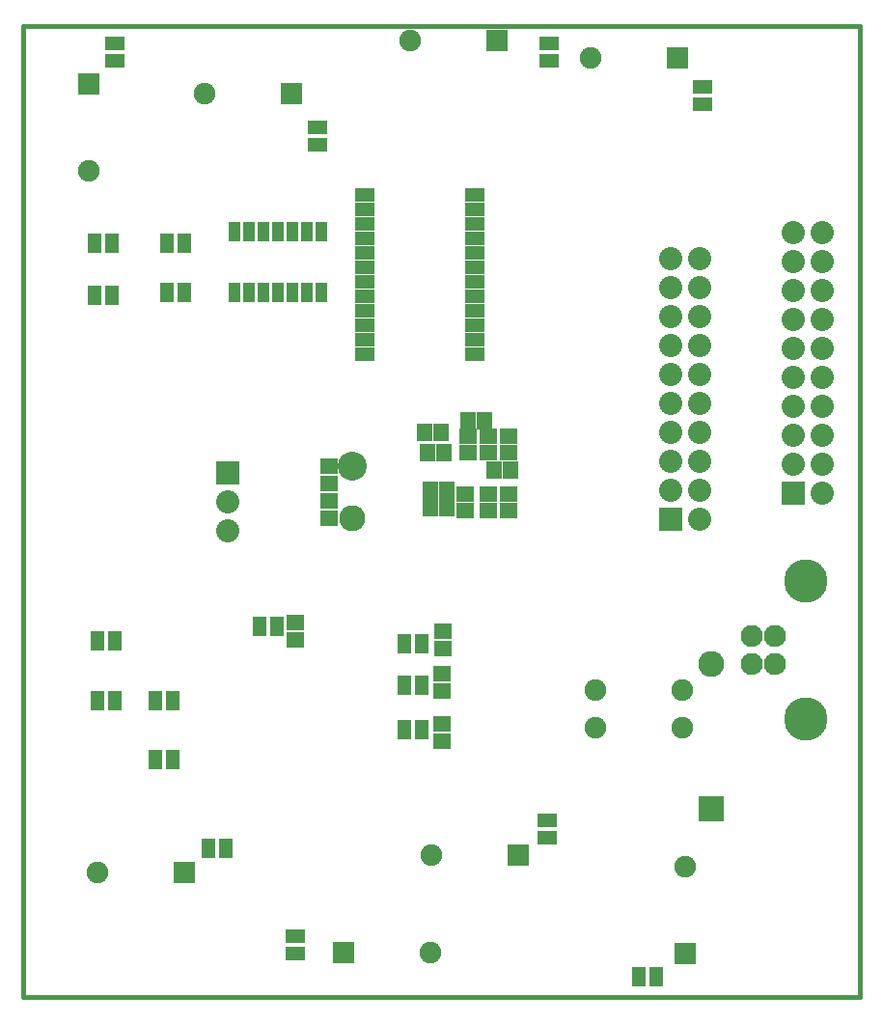
<source format=gbs>
G04 (created by PCBNEW-RS274X (20100406 SVN-R2509)-final) date Thu 29 Apr 2010 10:44:58 PM MSD*
G01*
G70*
G90*
%MOIN*%
G04 Gerber Fmt 3.4, Leading zero omitted, Abs format*
%FSLAX34Y34*%
G04 APERTURE LIST*
%ADD10C,0.001000*%
%ADD11C,0.015000*%
%ADD12R,0.059400X0.055400*%
%ADD13R,0.055400X0.059400*%
%ADD14C,0.076000*%
%ADD15C,0.150000*%
%ADD16R,0.075000X0.075000*%
%ADD17C,0.075000*%
%ADD18C,0.090000*%
%ADD19R,0.090000X0.090000*%
%ADD20C,0.100000*%
%ADD21C,0.080000*%
%ADD22R,0.080000X0.080000*%
%ADD23R,0.045000X0.065000*%
%ADD24R,0.065000X0.045000*%
%ADD25R,0.040000X0.065000*%
%ADD26R,0.070000X0.050000*%
G04 APERTURE END LIST*
G54D10*
G54D11*
X54450Y-57000D02*
X71350Y-57000D01*
X54450Y-56900D02*
X54450Y-57000D01*
X54450Y-56600D02*
X54450Y-56900D01*
X54450Y-56350D02*
X54450Y-56600D01*
X54450Y-56000D02*
X54450Y-56350D01*
X54450Y-23450D02*
X54450Y-56000D01*
X55550Y-23450D02*
X54450Y-23450D01*
X55850Y-23450D02*
X55550Y-23450D01*
X83350Y-23450D02*
X55850Y-23450D01*
X83350Y-23600D02*
X83350Y-23450D01*
X83350Y-23750D02*
X83350Y-23600D01*
X83350Y-24050D02*
X83350Y-23750D01*
X83350Y-57000D02*
X83350Y-24050D01*
X83100Y-57000D02*
X83350Y-57000D01*
X82550Y-57000D02*
X83100Y-57000D01*
X82100Y-57000D02*
X82550Y-57000D01*
X81600Y-57000D02*
X82100Y-57000D01*
X71350Y-57000D02*
X81600Y-57000D01*
G54D12*
X68925Y-46421D03*
X68925Y-45829D03*
X63850Y-44054D03*
X63850Y-44646D03*
X68950Y-44946D03*
X68950Y-44354D03*
X68900Y-47554D03*
X68900Y-48146D03*
G54D13*
X68404Y-38200D03*
X68996Y-38200D03*
X71296Y-38800D03*
X70704Y-38800D03*
G54D12*
X70500Y-39604D03*
X70500Y-40196D03*
G54D13*
X68504Y-40100D03*
X69096Y-40100D03*
G54D12*
X65000Y-40446D03*
X65000Y-39854D03*
X65000Y-38654D03*
X65000Y-39246D03*
X69700Y-39604D03*
X69700Y-40196D03*
G54D13*
X68504Y-39500D03*
X69096Y-39500D03*
G54D12*
X71200Y-40196D03*
X71200Y-39604D03*
G54D13*
X70396Y-37100D03*
X69804Y-37100D03*
X68896Y-37500D03*
X68304Y-37500D03*
G54D12*
X71200Y-38196D03*
X71200Y-37604D03*
X69800Y-38196D03*
X69800Y-37604D03*
X70500Y-37604D03*
X70500Y-38196D03*
G54D14*
X80400Y-44508D03*
X79620Y-44508D03*
X80400Y-45492D03*
G54D15*
X81470Y-47370D03*
X81470Y-42630D03*
G54D14*
X79620Y-45492D03*
G54D16*
X65500Y-55450D03*
G54D17*
X68500Y-55450D03*
G54D16*
X70800Y-23950D03*
G54D17*
X67800Y-23950D03*
G54D16*
X71550Y-52100D03*
G54D17*
X68550Y-52100D03*
G54D16*
X77050Y-24550D03*
G54D17*
X74050Y-24550D03*
G54D16*
X77300Y-55500D03*
G54D17*
X77300Y-52500D03*
G54D16*
X63700Y-25800D03*
G54D17*
X60700Y-25800D03*
G54D16*
X60000Y-52700D03*
G54D17*
X57000Y-52700D03*
G54D16*
X56700Y-25450D03*
G54D17*
X56700Y-28450D03*
G54D18*
X78200Y-45500D03*
G54D19*
X78200Y-50500D03*
G54D20*
X65800Y-38650D03*
G54D18*
X65800Y-40450D03*
G54D21*
X61500Y-39900D03*
G54D22*
X61500Y-38900D03*
G54D21*
X61500Y-40900D03*
G54D23*
X68225Y-46225D03*
X67625Y-46225D03*
X63200Y-44200D03*
X62600Y-44200D03*
X68200Y-44800D03*
X67600Y-44800D03*
X68200Y-47750D03*
X67600Y-47750D03*
X59600Y-48800D03*
X59000Y-48800D03*
X57500Y-30950D03*
X56900Y-30950D03*
X57600Y-46750D03*
X57000Y-46750D03*
X60000Y-30950D03*
X59400Y-30950D03*
X57600Y-44700D03*
X57000Y-44700D03*
X60000Y-32650D03*
X59400Y-32650D03*
X59600Y-46750D03*
X59000Y-46750D03*
X57500Y-32750D03*
X56900Y-32750D03*
G54D24*
X63850Y-54900D03*
X63850Y-55500D03*
X72600Y-24050D03*
X72600Y-24650D03*
X72550Y-50900D03*
X72550Y-51500D03*
X77900Y-26150D03*
X77900Y-25550D03*
G54D23*
X75700Y-56300D03*
X76300Y-56300D03*
G54D24*
X64600Y-27550D03*
X64600Y-26950D03*
G54D23*
X61450Y-51850D03*
X60850Y-51850D03*
G54D24*
X57600Y-24050D03*
X57600Y-24650D03*
G54D25*
X64750Y-32650D03*
X64250Y-32650D03*
X63750Y-32650D03*
X63250Y-32650D03*
X62750Y-32650D03*
X62250Y-32650D03*
X61750Y-32650D03*
X61750Y-30550D03*
X62250Y-30550D03*
X62750Y-30550D03*
X63250Y-30550D03*
X63750Y-30550D03*
X64250Y-30550D03*
X64750Y-30550D03*
G54D26*
X70050Y-29300D03*
X70050Y-29800D03*
X70050Y-30300D03*
X70050Y-30800D03*
X70050Y-31300D03*
X70050Y-31800D03*
X70050Y-32300D03*
X70050Y-32800D03*
X70050Y-33300D03*
X70050Y-33800D03*
X70050Y-34300D03*
X70050Y-34800D03*
X66250Y-29300D03*
X66250Y-29800D03*
X66250Y-30300D03*
X66250Y-30800D03*
X66250Y-31300D03*
X66250Y-31800D03*
X66250Y-32300D03*
X66250Y-32800D03*
X66250Y-33300D03*
X66250Y-33800D03*
X66250Y-34300D03*
X66250Y-34800D03*
G54D22*
X81050Y-39600D03*
G54D21*
X82050Y-39600D03*
X81050Y-38600D03*
X82050Y-38600D03*
X81050Y-37600D03*
X82050Y-37600D03*
X81050Y-36600D03*
X82050Y-36600D03*
X81050Y-35600D03*
X82050Y-35600D03*
X81050Y-34600D03*
X82050Y-34600D03*
X81050Y-33600D03*
X82050Y-33600D03*
X81050Y-32600D03*
X82050Y-32600D03*
X81050Y-31600D03*
X82050Y-31600D03*
X81050Y-30600D03*
X82050Y-30600D03*
G54D22*
X76800Y-40500D03*
G54D21*
X77800Y-40500D03*
X76800Y-39500D03*
X77800Y-39500D03*
X76800Y-38500D03*
X77800Y-38500D03*
X76800Y-37500D03*
X77800Y-37500D03*
X76800Y-36500D03*
X77800Y-36500D03*
X76800Y-35500D03*
X77800Y-35500D03*
X76800Y-34500D03*
X77800Y-34500D03*
X76800Y-33500D03*
X77800Y-33500D03*
X76800Y-32500D03*
X77800Y-32500D03*
X76800Y-31500D03*
X77800Y-31500D03*
G54D17*
X74200Y-47700D03*
X77200Y-47700D03*
X77200Y-46400D03*
X74200Y-46400D03*
M02*

</source>
